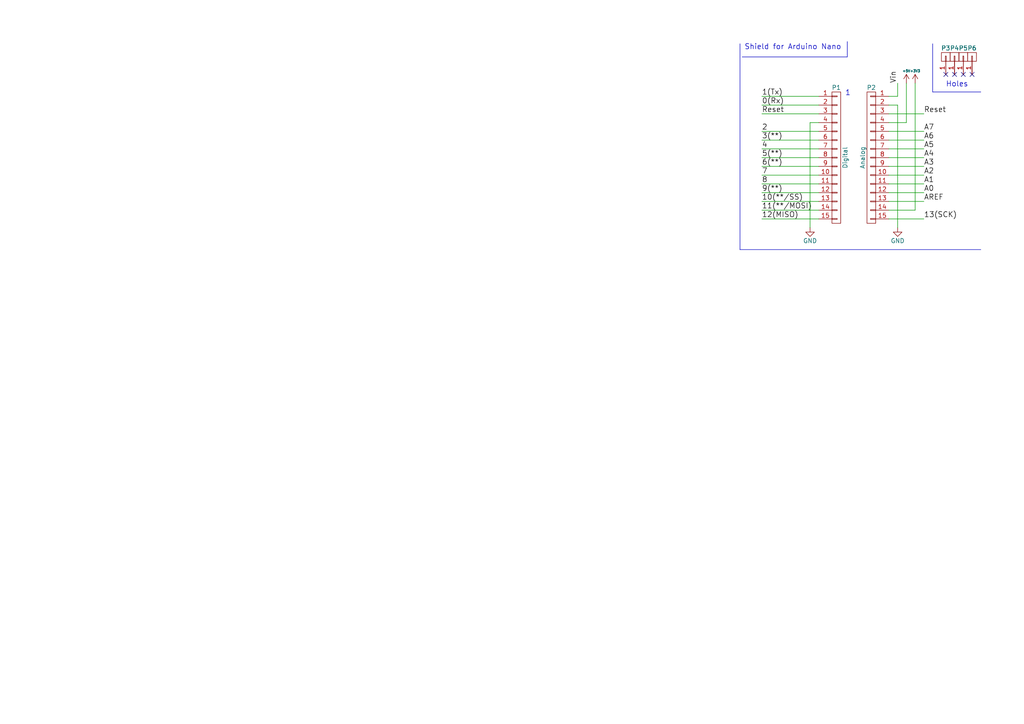
<source format=kicad_sch>
(kicad_sch (version 20230121) (generator eeschema)
  (paper "A4")
  (title_block (date "jeu. 02 avril 2015"))
  (lib_symbols
    (symbol "Arduino_Nano-rescue:+3.3V" (power) (pin_names (offset 0))
      (property "Value" "+3.3V" (at 0 3.556 0))
      (symbol "+3.3V_0_1"
        (polyline (pts (xy -0.762 1.27) (xy 0 2.54)))
        (polyline (pts (xy 0 0) (xy 0 2.54)))
        (polyline (pts (xy 0 2.54) (xy 0.762 1.27)))
      )
      (symbol "+3.3V_1_1"
        (pin power_in line (at 0 0 90) (length 0) hide (name "+3V3") (number "1"))
      )
    )
    (symbol "Arduino_Nano-rescue:+5V" (power) (pin_names (offset 0))
      (property "Value" "+5V" (at 0 3.556 0))
      (symbol "+5V_0_1"
        (polyline (pts (xy -0.762 1.27) (xy 0 2.54)))
        (polyline (pts (xy 0 0) (xy 0 2.54)))
        (polyline (pts (xy 0 2.54) (xy 0.762 1.27)))
      )
      (symbol "+5V_1_1"
        (pin power_in line (at 0 0 90) (length 0) hide (name "+5V") (number "1"))
      )
    )
    (symbol "Arduino_Nano-rescue:CONN_01X01" (pin_names (offset 1.016) hide)
      (property "Reference" "P" (at 0 2.54 0))
      (property "Value" "CONN_01X01" (at 2.54 0 90))
      (symbol "CONN_01X01_0_1"
        (rectangle (start -1.27 0.127) (end 0.254 -0.127))
        (rectangle (start -1.27 1.27) (end 1.27 -1.27))
      )
      (symbol "CONN_01X01_1_1"
        (pin passive line (at -5.08 0 0) (length 3.81) (name "P1") (number "1"))
      )
    )
    (symbol "Arduino_Nano-rescue:CONN_01X15" (pin_names (offset 1.016) hide)
      (property "Reference" "P" (at 0 20.32 0))
      (property "Value" "CONN_01X15" (at 2.54 0 90))
      (symbol "CONN_01X15_0_1"
        (rectangle (start -1.27 -17.653) (end 0.254 -17.907))
        (rectangle (start -1.27 -15.113) (end 0.254 -15.367))
        (rectangle (start -1.27 -12.573) (end 0.254 -12.827))
        (rectangle (start -1.27 -10.033) (end 0.254 -10.287))
        (rectangle (start -1.27 -7.493) (end 0.254 -7.747))
        (rectangle (start -1.27 -4.953) (end 0.254 -5.207))
        (rectangle (start -1.27 -2.413) (end 0.254 -2.667))
        (rectangle (start -1.27 0.127) (end 0.254 -0.127))
        (rectangle (start -1.27 2.667) (end 0.254 2.413))
        (rectangle (start -1.27 5.207) (end 0.254 4.953))
        (rectangle (start -1.27 7.747) (end 0.254 7.493))
        (rectangle (start -1.27 10.287) (end 0.254 10.033))
        (rectangle (start -1.27 12.827) (end 0.254 12.573))
        (rectangle (start -1.27 15.367) (end 0.254 15.113))
        (rectangle (start -1.27 17.907) (end 0.254 17.653))
        (rectangle (start -1.27 19.05) (end 1.27 -19.05))
      )
      (symbol "CONN_01X15_1_1"
        (pin passive line (at -5.08 17.78 0) (length 3.81) (name "P1") (number "1"))
        (pin passive line (at -5.08 -5.08 0) (length 3.81) (name "P10") (number "10"))
        (pin passive line (at -5.08 -7.62 0) (length 3.81) (name "P11") (number "11"))
        (pin passive line (at -5.08 -10.16 0) (length 3.81) (name "P12") (number "12"))
        (pin passive line (at -5.08 -12.7 0) (length 3.81) (name "P13") (number "13"))
        (pin passive line (at -5.08 -15.24 0) (length 3.81) (name "P14") (number "14"))
        (pin passive line (at -5.08 -17.78 0) (length 3.81) (name "P15") (number "15"))
        (pin passive line (at -5.08 15.24 0) (length 3.81) (name "P2") (number "2"))
        (pin passive line (at -5.08 12.7 0) (length 3.81) (name "P3") (number "3"))
        (pin passive line (at -5.08 10.16 0) (length 3.81) (name "P4") (number "4"))
        (pin passive line (at -5.08 7.62 0) (length 3.81) (name "P5") (number "5"))
        (pin passive line (at -5.08 5.08 0) (length 3.81) (name "P6") (number "6"))
        (pin passive line (at -5.08 2.54 0) (length 3.81) (name "P7") (number "7"))
        (pin passive line (at -5.08 0 0) (length 3.81) (name "P8") (number "8"))
        (pin passive line (at -5.08 -2.54 0) (length 3.81) (name "P9") (number "9"))
      )
    )
    (symbol "Arduino_Nano-rescue:GND" (power) (pin_names (offset 0))
      (property "Value" "GND" (at 0 -3.81 0))
      (symbol "GND_0_1"
        (polyline (pts (xy 0 0) (xy 0 -1.27) (xy 1.27 -1.27) (xy 0 -2.54) (xy -1.27 -1.27) (xy 0 -1.27)))
      )
      (symbol "GND_1_1"
        (pin power_in line (at 0 0 270) (length 0) hide (name "GND") (number "1"))
      )
    )
  )
  (no_connect (at 279.4 21.59))
  (no_connect (at 281.94 21.59))
  (no_connect (at 274.32 21.59))
  (no_connect (at 276.86 21.59))
  (wire (pts (xy 260.35 66.04) (xy 260.35 30.48)))
  (wire (pts (xy 220.98 30.48) (xy 237.49 30.48)))
  (polyline (pts (xy 284.48 26.67) (xy 270.51 26.67)))
  (wire (pts (xy 267.97 50.8) (xy 257.81 50.8)))
  (wire (pts (xy 237.49 55.88) (xy 220.98 55.88)))
  (wire (pts (xy 267.97 55.88) (xy 257.81 55.88)))
  (wire (pts (xy 260.35 30.48) (xy 257.81 30.48)))
  (polyline (pts (xy 214.63 72.39) (xy 214.63 12.7)))
  (polyline (pts (xy 284.48 72.39) (xy 214.63 72.39)))
  (wire (pts (xy 257.81 63.5) (xy 267.97 63.5)))
  (wire (pts (xy 267.97 43.18) (xy 257.81 43.18)))
  (wire (pts (xy 262.89 35.56) (xy 257.81 35.56)))
  (wire (pts (xy 265.43 60.96) (xy 257.81 60.96)))
  (wire (pts (xy 267.97 40.64) (xy 257.81 40.64)))
  (wire (pts (xy 265.43 24.13) (xy 265.43 60.96)))
  (polyline (pts (xy 270.51 26.67) (xy 270.51 12.7)))
  (wire (pts (xy 260.35 27.94) (xy 260.35 24.13)))
  (wire (pts (xy 220.98 43.18) (xy 237.49 43.18)))
  (wire (pts (xy 267.97 33.02) (xy 257.81 33.02)))
  (wire (pts (xy 257.81 27.94) (xy 260.35 27.94)))
  (wire (pts (xy 257.81 45.72) (xy 267.97 45.72)))
  (wire (pts (xy 220.98 38.1) (xy 237.49 38.1)))
  (wire (pts (xy 220.98 58.42) (xy 237.49 58.42)))
  (wire (pts (xy 237.49 45.72) (xy 220.98 45.72)))
  (wire (pts (xy 267.97 58.42) (xy 257.81 58.42)))
  (polyline (pts (xy 245.745 16.51) (xy 245.745 12.065)))
  (wire (pts (xy 257.81 38.1) (xy 267.97 38.1)))
  (wire (pts (xy 237.49 35.56) (xy 234.95 35.56)))
  (wire (pts (xy 257.81 53.34) (xy 267.97 53.34)))
  (wire (pts (xy 267.97 48.26) (xy 257.81 48.26)))
  (wire (pts (xy 220.98 48.26) (xy 237.49 48.26)))
  (wire (pts (xy 237.49 50.8) (xy 220.98 50.8)))
  (wire (pts (xy 262.89 24.13) (xy 262.89 35.56)))
  (wire (pts (xy 237.49 27.94) (xy 220.98 27.94)))
  (polyline (pts (xy 215.265 16.51) (xy 245.745 16.51)))
  (wire (pts (xy 234.95 35.56) (xy 234.95 66.04)))
  (wire (pts (xy 237.49 60.96) (xy 220.98 60.96)))
  (wire (pts (xy 220.98 63.5) (xy 237.49 63.5)))
  (wire (pts (xy 220.98 53.34) (xy 237.49 53.34)))
  (wire (pts (xy 237.49 40.64) (xy 220.98 40.64)))
  (wire (pts (xy 237.49 33.02) (xy 220.98 33.02)))
  (text "Shield for Arduino Nano" (at 215.9 14.605 0) (effects (font (size 1.524 1.524)) (justify left bottom)))
  (text "Holes" (at 274.32 25.4 0) (effects (font (size 1.524 1.524)) (justify left bottom)))
  (text "1" (at 245.11 27.94 0) (effects (font (size 1.524 1.524)) (justify left bottom)))
  (label "Reset" (at 267.97 33.02 0) (effects (font (size 1.524 1.524))))
  (label "A3" (at 267.97 48.26 0) (effects (font (size 1.524 1.524))))
  (label "4" (at 220.98 43.18 0) (effects (font (size 1.524 1.524))))
  (label "1(Tx)" (at 220.98 27.94 0) (effects (font (size 1.524 1.524))))
  (label "Vin" (at 260.35 24.13 90) (effects (font (size 1.524 1.524))))
  (label "A5" (at 267.97 43.18 0) (effects (font (size 1.524 1.524))))
  (label "AREF" (at 267.97 58.42 0) (effects (font (size 1.524 1.524))))
  (label "A1" (at 267.97 53.34 0) (effects (font (size 1.524 1.524))))
  (label "6(**)" (at 220.98 48.26 0) (effects (font (size 1.524 1.524))))
  (label "2" (at 220.98 38.1 0) (effects (font (size 1.524 1.524))))
  (label "13(SCK)" (at 267.97 63.5 0) (effects (font (size 1.524 1.524))))
  (label "A7" (at 267.97 38.1 0) (effects (font (size 1.524 1.524))))
  (label "A6" (at 267.97 40.64 0) (effects (font (size 1.524 1.524))))
  (label "9(**)" (at 220.98 55.88 0) (effects (font (size 1.524 1.524))))
  (label "Reset" (at 220.98 33.02 0) (effects (font (size 1.524 1.524))))
  (label "A4" (at 267.97 45.72 0) (effects (font (size 1.524 1.524))))
  (label "7" (at 220.98 50.8 0) (effects (font (size 1.524 1.524))))
  (label "10(**/SS)" (at 220.98 58.42 0) (effects (font (size 1.524 1.524))))
  (label "0(Rx)" (at 220.98 30.48 0) (effects (font (size 1.524 1.524))))
  (label "12(MISO)" (at 220.98 63.5 0) (effects (font (size 1.524 1.524))))
  (label "8" (at 220.98 53.34 0) (effects (font (size 1.524 1.524))))
  (label "11(**/MOSI)" (at 220.98 60.96 0) (effects (font (size 1.524 1.524))))
  (label "A0" (at 267.97 55.88 0) (effects (font (size 1.524 1.524))))
  (label "3(**)" (at 220.98 40.64 0) (effects (font (size 1.524 1.524))))
  (label "5(**)" (at 220.98 45.72 0) (effects (font (size 1.524 1.524))))
  (label "A2" (at 267.97 50.8 0) (effects (font (size 1.524 1.524))))
  (symbol (lib_id "Arduino_Nano-rescue:CONN_01X01") (at 274.32 16.51 90) (unit 1)
    (property "Reference" "P3" (at 274.32 13.97 90))
    (property "Value" "CONN_01X01" (effects hide))
    (property "Footprint" "Socket_Arduino_Nano:1pin_Nano" (effects hide))
  )
  (symbol (lib_id "Arduino_Nano-rescue:CONN_01X01") (at 276.86 16.51 90) (unit 1)
    (property "Reference" "P4" (at 276.86 13.97 90))
    (property "Value" "CONN_01X01" (effects hide))
    (property "Footprint" "Socket_Arduino_Nano:1pin_Nano" (effects hide))
  )
  (symbol (lib_id "Arduino_Nano-rescue:CONN_01X01") (at 279.4 16.51 90) (unit 1)
    (property "Reference" "P5" (at 279.4 13.97 90))
    (property "Value" "CONN_01X01" (effects hide))
    (property "Footprint" "Socket_Arduino_Nano:1pin_Nano" (effects hide))
  )
  (symbol (lib_id "Arduino_Nano-rescue:CONN_01X01") (at 281.94 16.51 90) (unit 1)
    (property "Reference" "P6" (at 281.94 13.97 90))
    (property "Value" "CONN_01X01" (effects hide))
    (property "Footprint" "Socket_Arduino_Nano:1pin_Nano" (effects hide))
  )
  (symbol (lib_id "Arduino_Nano-rescue:CONN_01X15") (at 242.57 45.72 0) (unit 1)
    (property "Reference" "P1" (at 242.57 25.4 0))
    (property "Value" "Digital" (at 245.11 45.72 90))
    (property "Footprint" "Socket_Arduino_Nano:Socket_Strip_Arduino_1x15" (effects hide))
  )
  (symbol (lib_id "Arduino_Nano-rescue:CONN_01X15") (at 252.73 45.72 0) (mirror y) (unit 1)
    (property "Reference" "P2" (at 252.73 25.4 0))
    (property "Value" "Analog" (at 250.19 45.72 90))
    (property "Footprint" "Socket_Arduino_Nano:Socket_Strip_Arduino_1x15" (effects hide))
  )
  (symbol (lib_id "Arduino_Nano-rescue:GND") (at 234.95 66.04 0) (unit 1)
    (property "Reference" "#PWR01" (effects hide))
    (property "Value" "GND" (at 234.95 69.85 0))
  )
  (symbol (lib_id "Arduino_Nano-rescue:GND") (at 260.35 66.04 0) (unit 1)
    (property "Reference" "#PWR02" (effects hide))
    (property "Value" "GND" (at 260.35 69.85 0))
  )
  (symbol (lib_id "Arduino_Nano-rescue:+5V") (at 262.89 24.13 0) (unit 1)
    (property "Reference" "#PWR03" (effects hide))
    (property "Value" "+5V" (at 262.89 20.574 0) (effects (font (size 0.7112 0.7112))))
  )
  (symbol (lib_id "Arduino_Nano-rescue:+3.3V") (at 265.43 24.13 0) (unit 1)
    (property "Reference" "#PWR04" (effects hide))
    (property "Value" "+3.3V" (at 265.43 20.574 0) (effects (font (size 0.7112 0.7112))))
  )
)
</source>
